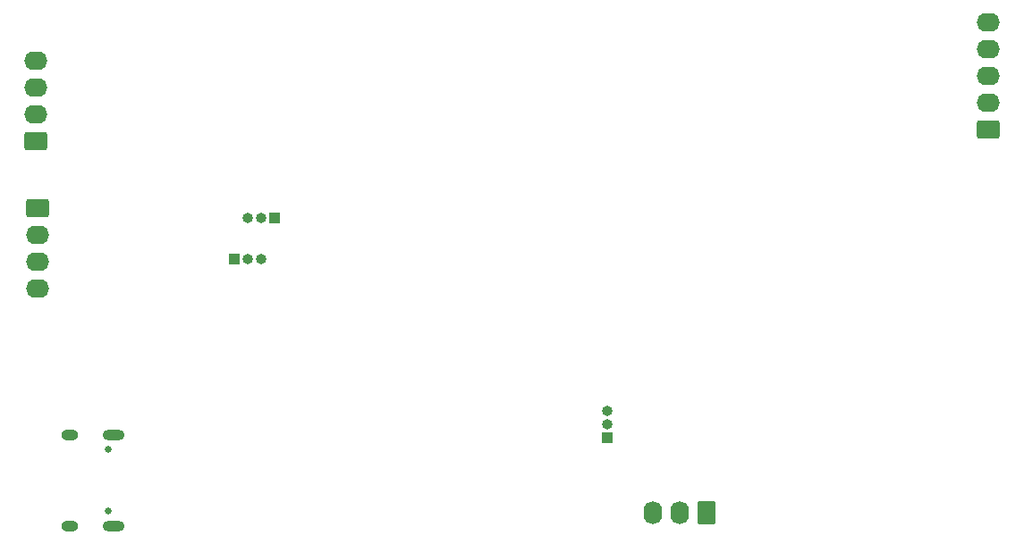
<source format=gbr>
%TF.GenerationSoftware,KiCad,Pcbnew,8.0.5*%
%TF.CreationDate,2024-10-22T09:55:14-05:00*%
%TF.ProjectId,golf_club_draft,676f6c66-5f63-46c7-9562-5f6472616674,rev?*%
%TF.SameCoordinates,Original*%
%TF.FileFunction,Soldermask,Bot*%
%TF.FilePolarity,Negative*%
%FSLAX46Y46*%
G04 Gerber Fmt 4.6, Leading zero omitted, Abs format (unit mm)*
G04 Created by KiCad (PCBNEW 8.0.5) date 2024-10-22 09:55:14*
%MOMM*%
%LPD*%
G01*
G04 APERTURE LIST*
G04 Aperture macros list*
%AMRoundRect*
0 Rectangle with rounded corners*
0 $1 Rounding radius*
0 $2 $3 $4 $5 $6 $7 $8 $9 X,Y pos of 4 corners*
0 Add a 4 corners polygon primitive as box body*
4,1,4,$2,$3,$4,$5,$6,$7,$8,$9,$2,$3,0*
0 Add four circle primitives for the rounded corners*
1,1,$1+$1,$2,$3*
1,1,$1+$1,$4,$5*
1,1,$1+$1,$6,$7*
1,1,$1+$1,$8,$9*
0 Add four rect primitives between the rounded corners*
20,1,$1+$1,$2,$3,$4,$5,0*
20,1,$1+$1,$4,$5,$6,$7,0*
20,1,$1+$1,$6,$7,$8,$9,0*
20,1,$1+$1,$8,$9,$2,$3,0*%
G04 Aperture macros list end*
%ADD10R,1.000000X1.000000*%
%ADD11O,1.000000X1.000000*%
%ADD12RoundRect,0.250000X0.845000X-0.620000X0.845000X0.620000X-0.845000X0.620000X-0.845000X-0.620000X0*%
%ADD13O,2.190000X1.740000*%
%ADD14RoundRect,0.250000X-0.845000X0.620000X-0.845000X-0.620000X0.845000X-0.620000X0.845000X0.620000X0*%
%ADD15RoundRect,0.250000X0.620000X0.845000X-0.620000X0.845000X-0.620000X-0.845000X0.620000X-0.845000X0*%
%ADD16O,1.740000X2.190000*%
%ADD17C,0.650000*%
%ADD18O,2.100000X1.000000*%
%ADD19O,1.600000X1.000000*%
G04 APERTURE END LIST*
D10*
%TO.C,Q1*%
X175108000Y-86238000D03*
D11*
X175108000Y-84968000D03*
X175108000Y-83698000D03*
%TD*%
D12*
%TO.C,FSR_V1*%
X121031000Y-58166000D03*
D13*
X121031000Y-55626000D03*
X121031000Y-53086000D03*
X121031000Y-50546000D03*
%TD*%
D10*
%TO.C,Q3*%
X143637000Y-65405000D03*
D11*
X142367000Y-65405000D03*
X141097000Y-65405000D03*
%TD*%
D14*
%TO.C,FSR_IO1*%
X121158000Y-64516000D03*
D13*
X121158000Y-67056000D03*
X121158000Y-69596000D03*
X121158000Y-72136000D03*
%TD*%
D15*
%TO.C,BATTIO1*%
X184531000Y-93345000D03*
D16*
X181991000Y-93345000D03*
X179451000Y-93345000D03*
%TD*%
D12*
%TO.C,IMU_IO1*%
X211201000Y-57023000D03*
D13*
X211201000Y-54483000D03*
X211201000Y-51943000D03*
X211201000Y-49403000D03*
X211201000Y-46863000D03*
%TD*%
D10*
%TO.C,Q2*%
X139827000Y-69342000D03*
D11*
X141097000Y-69342000D03*
X142367000Y-69342000D03*
%TD*%
D17*
%TO.C,J1*%
X127867000Y-87405000D03*
X127867000Y-93185000D03*
D18*
X128397000Y-85975000D03*
D19*
X124217000Y-85975000D03*
D18*
X128397000Y-94615000D03*
D19*
X124217000Y-94615000D03*
%TD*%
M02*

</source>
